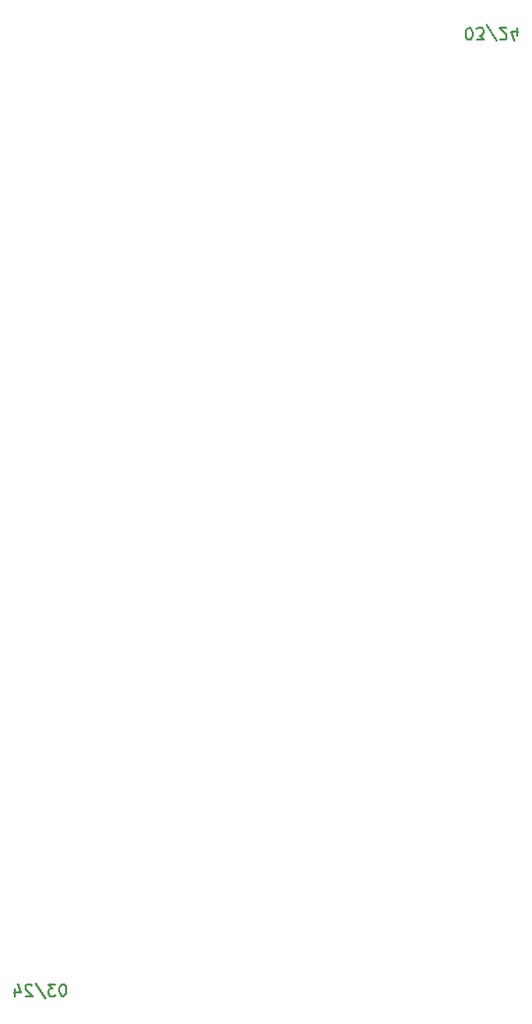
<source format=gbr>
%TF.GenerationSoftware,KiCad,Pcbnew,8.0.1*%
%TF.CreationDate,2024-04-19T12:23:10+07:00*%
%TF.ProjectId,AC_controller_print,41435f63-6f6e-4747-926f-6c6c65725f70,v3.0*%
%TF.SameCoordinates,Original*%
%TF.FileFunction,Legend,Bot*%
%TF.FilePolarity,Positive*%
%FSLAX46Y46*%
G04 Gerber Fmt 4.6, Leading zero omitted, Abs format (unit mm)*
G04 Created by KiCad (PCBNEW 8.0.1) date 2024-04-19 12:23:10*
%MOMM*%
%LPD*%
G01*
G04 APERTURE LIST*
%ADD10C,0.150000*%
G04 APERTURE END LIST*
D10*
X123960000Y-51090180D02*
X124055238Y-51090180D01*
X124055238Y-51090180D02*
X124150476Y-51042561D01*
X124150476Y-51042561D02*
X124198095Y-50994942D01*
X124198095Y-50994942D02*
X124245714Y-50899704D01*
X124245714Y-50899704D02*
X124293333Y-50709228D01*
X124293333Y-50709228D02*
X124293333Y-50471133D01*
X124293333Y-50471133D02*
X124245714Y-50280657D01*
X124245714Y-50280657D02*
X124198095Y-50185419D01*
X124198095Y-50185419D02*
X124150476Y-50137800D01*
X124150476Y-50137800D02*
X124055238Y-50090180D01*
X124055238Y-50090180D02*
X123960000Y-50090180D01*
X123960000Y-50090180D02*
X123864762Y-50137800D01*
X123864762Y-50137800D02*
X123817143Y-50185419D01*
X123817143Y-50185419D02*
X123769524Y-50280657D01*
X123769524Y-50280657D02*
X123721905Y-50471133D01*
X123721905Y-50471133D02*
X123721905Y-50709228D01*
X123721905Y-50709228D02*
X123769524Y-50899704D01*
X123769524Y-50899704D02*
X123817143Y-50994942D01*
X123817143Y-50994942D02*
X123864762Y-51042561D01*
X123864762Y-51042561D02*
X123960000Y-51090180D01*
X124626667Y-51090180D02*
X125245714Y-51090180D01*
X125245714Y-51090180D02*
X124912381Y-50709228D01*
X124912381Y-50709228D02*
X125055238Y-50709228D01*
X125055238Y-50709228D02*
X125150476Y-50661609D01*
X125150476Y-50661609D02*
X125198095Y-50613990D01*
X125198095Y-50613990D02*
X125245714Y-50518752D01*
X125245714Y-50518752D02*
X125245714Y-50280657D01*
X125245714Y-50280657D02*
X125198095Y-50185419D01*
X125198095Y-50185419D02*
X125150476Y-50137800D01*
X125150476Y-50137800D02*
X125055238Y-50090180D01*
X125055238Y-50090180D02*
X124769524Y-50090180D01*
X124769524Y-50090180D02*
X124674286Y-50137800D01*
X124674286Y-50137800D02*
X124626667Y-50185419D01*
X126388571Y-51137800D02*
X125531429Y-49852085D01*
X126674286Y-50994942D02*
X126721905Y-51042561D01*
X126721905Y-51042561D02*
X126817143Y-51090180D01*
X126817143Y-51090180D02*
X127055238Y-51090180D01*
X127055238Y-51090180D02*
X127150476Y-51042561D01*
X127150476Y-51042561D02*
X127198095Y-50994942D01*
X127198095Y-50994942D02*
X127245714Y-50899704D01*
X127245714Y-50899704D02*
X127245714Y-50804466D01*
X127245714Y-50804466D02*
X127198095Y-50661609D01*
X127198095Y-50661609D02*
X126626667Y-50090180D01*
X126626667Y-50090180D02*
X127245714Y-50090180D01*
X128102857Y-50756847D02*
X128102857Y-50090180D01*
X127864762Y-51137800D02*
X127626667Y-50423514D01*
X127626667Y-50423514D02*
X128245714Y-50423514D01*
X89219999Y-132089819D02*
X89124761Y-132089819D01*
X89124761Y-132089819D02*
X89029523Y-132137438D01*
X89029523Y-132137438D02*
X88981904Y-132185057D01*
X88981904Y-132185057D02*
X88934285Y-132280295D01*
X88934285Y-132280295D02*
X88886666Y-132470771D01*
X88886666Y-132470771D02*
X88886666Y-132708866D01*
X88886666Y-132708866D02*
X88934285Y-132899342D01*
X88934285Y-132899342D02*
X88981904Y-132994580D01*
X88981904Y-132994580D02*
X89029523Y-133042200D01*
X89029523Y-133042200D02*
X89124761Y-133089819D01*
X89124761Y-133089819D02*
X89219999Y-133089819D01*
X89219999Y-133089819D02*
X89315237Y-133042200D01*
X89315237Y-133042200D02*
X89362856Y-132994580D01*
X89362856Y-132994580D02*
X89410475Y-132899342D01*
X89410475Y-132899342D02*
X89458094Y-132708866D01*
X89458094Y-132708866D02*
X89458094Y-132470771D01*
X89458094Y-132470771D02*
X89410475Y-132280295D01*
X89410475Y-132280295D02*
X89362856Y-132185057D01*
X89362856Y-132185057D02*
X89315237Y-132137438D01*
X89315237Y-132137438D02*
X89219999Y-132089819D01*
X88553332Y-132089819D02*
X87934285Y-132089819D01*
X87934285Y-132089819D02*
X88267618Y-132470771D01*
X88267618Y-132470771D02*
X88124761Y-132470771D01*
X88124761Y-132470771D02*
X88029523Y-132518390D01*
X88029523Y-132518390D02*
X87981904Y-132566009D01*
X87981904Y-132566009D02*
X87934285Y-132661247D01*
X87934285Y-132661247D02*
X87934285Y-132899342D01*
X87934285Y-132899342D02*
X87981904Y-132994580D01*
X87981904Y-132994580D02*
X88029523Y-133042200D01*
X88029523Y-133042200D02*
X88124761Y-133089819D01*
X88124761Y-133089819D02*
X88410475Y-133089819D01*
X88410475Y-133089819D02*
X88505713Y-133042200D01*
X88505713Y-133042200D02*
X88553332Y-132994580D01*
X86791428Y-132042200D02*
X87648570Y-133327914D01*
X86505713Y-132185057D02*
X86458094Y-132137438D01*
X86458094Y-132137438D02*
X86362856Y-132089819D01*
X86362856Y-132089819D02*
X86124761Y-132089819D01*
X86124761Y-132089819D02*
X86029523Y-132137438D01*
X86029523Y-132137438D02*
X85981904Y-132185057D01*
X85981904Y-132185057D02*
X85934285Y-132280295D01*
X85934285Y-132280295D02*
X85934285Y-132375533D01*
X85934285Y-132375533D02*
X85981904Y-132518390D01*
X85981904Y-132518390D02*
X86553332Y-133089819D01*
X86553332Y-133089819D02*
X85934285Y-133089819D01*
X85077142Y-132423152D02*
X85077142Y-133089819D01*
X85315237Y-132042200D02*
X85553332Y-132756485D01*
X85553332Y-132756485D02*
X84934285Y-132756485D01*
M02*

</source>
